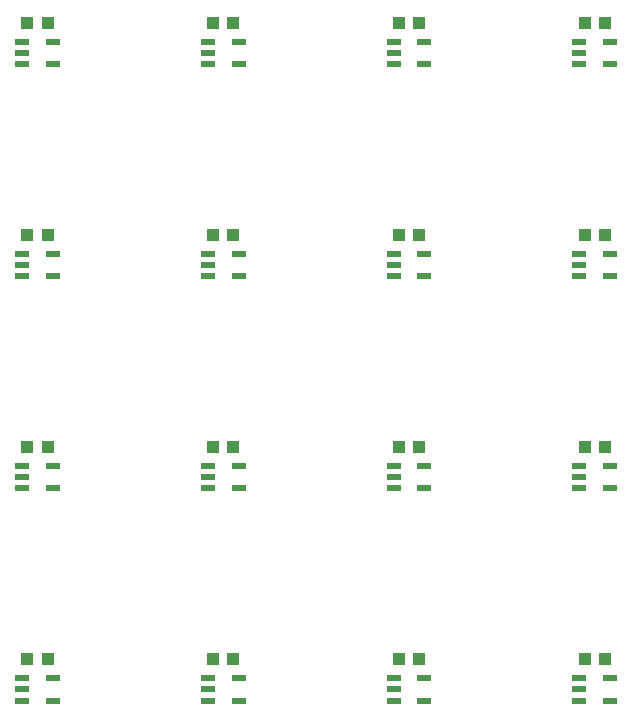
<source format=gtp>
G75*
%MOIN*%
%OFA0B0*%
%FSLAX25Y25*%
%IPPOS*%
%LPD*%
%AMOC8*
5,1,8,0,0,1.08239X$1,22.5*
%
%ADD10R,0.04724X0.02165*%
%ADD11R,0.04331X0.03937*%
D10*
X0058631Y0044760D03*
X0058631Y0048500D03*
X0058631Y0052240D03*
X0068869Y0052240D03*
X0068869Y0044760D03*
X0120553Y0044760D03*
X0120553Y0048500D03*
X0120553Y0052240D03*
X0130790Y0052240D03*
X0130790Y0044760D03*
X0182474Y0044760D03*
X0182474Y0048500D03*
X0182474Y0052240D03*
X0192711Y0052240D03*
X0192711Y0044760D03*
X0244395Y0044760D03*
X0244395Y0048500D03*
X0244395Y0052240D03*
X0254632Y0052240D03*
X0254632Y0044760D03*
X0254632Y0115461D03*
X0254632Y0122941D03*
X0244395Y0122941D03*
X0244395Y0119201D03*
X0244395Y0115461D03*
X0192711Y0115461D03*
X0192711Y0122941D03*
X0182474Y0122941D03*
X0182474Y0119201D03*
X0182474Y0115461D03*
X0130790Y0115461D03*
X0130790Y0122941D03*
X0120553Y0122941D03*
X0120553Y0119201D03*
X0120553Y0115461D03*
X0068869Y0115461D03*
X0068869Y0122941D03*
X0058631Y0122941D03*
X0058631Y0119201D03*
X0058631Y0115461D03*
X0058631Y0186161D03*
X0058631Y0189902D03*
X0058631Y0193642D03*
X0068869Y0193642D03*
X0068869Y0186161D03*
X0120553Y0186161D03*
X0120553Y0189902D03*
X0120553Y0193642D03*
X0130790Y0193642D03*
X0130790Y0186161D03*
X0182474Y0186161D03*
X0182474Y0189902D03*
X0182474Y0193642D03*
X0192711Y0193642D03*
X0192711Y0186161D03*
X0244395Y0186161D03*
X0244395Y0189902D03*
X0244395Y0193642D03*
X0254632Y0193642D03*
X0254632Y0186161D03*
X0254632Y0256862D03*
X0254632Y0264343D03*
X0244395Y0264343D03*
X0244395Y0260602D03*
X0244395Y0256862D03*
X0192711Y0256862D03*
X0192711Y0264343D03*
X0182474Y0264343D03*
X0182474Y0260602D03*
X0182474Y0256862D03*
X0130790Y0256862D03*
X0130790Y0264343D03*
X0120553Y0264343D03*
X0120553Y0260602D03*
X0120553Y0256862D03*
X0068869Y0256862D03*
X0068869Y0264343D03*
X0058631Y0264343D03*
X0058631Y0260602D03*
X0058631Y0256862D03*
D11*
X0060404Y0270602D03*
X0067096Y0270602D03*
X0122325Y0270602D03*
X0129018Y0270602D03*
X0184246Y0270602D03*
X0190939Y0270602D03*
X0246167Y0270602D03*
X0252860Y0270602D03*
X0252860Y0199902D03*
X0246167Y0199902D03*
X0190939Y0199902D03*
X0184246Y0199902D03*
X0129018Y0199902D03*
X0122325Y0199902D03*
X0067096Y0199902D03*
X0060404Y0199902D03*
X0060404Y0129201D03*
X0067096Y0129201D03*
X0122325Y0129201D03*
X0129018Y0129201D03*
X0184246Y0129201D03*
X0190939Y0129201D03*
X0246167Y0129201D03*
X0252860Y0129201D03*
X0252860Y0058500D03*
X0246167Y0058500D03*
X0190939Y0058500D03*
X0184246Y0058500D03*
X0129018Y0058500D03*
X0122325Y0058500D03*
X0067096Y0058500D03*
X0060404Y0058500D03*
M02*

</source>
